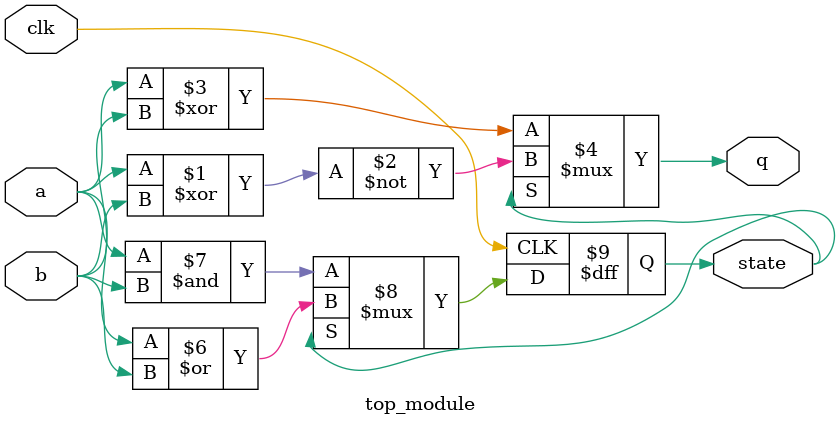
<source format=v>
module top_module (
    input clk,
    input a,
    input b,
    output q,
    output state  );
    
    assign q = state ? ~(a ^ b) : a ^ b;
    
    always @(posedge clk)
        state <= state ? a | b : a & b;

endmodule

</source>
